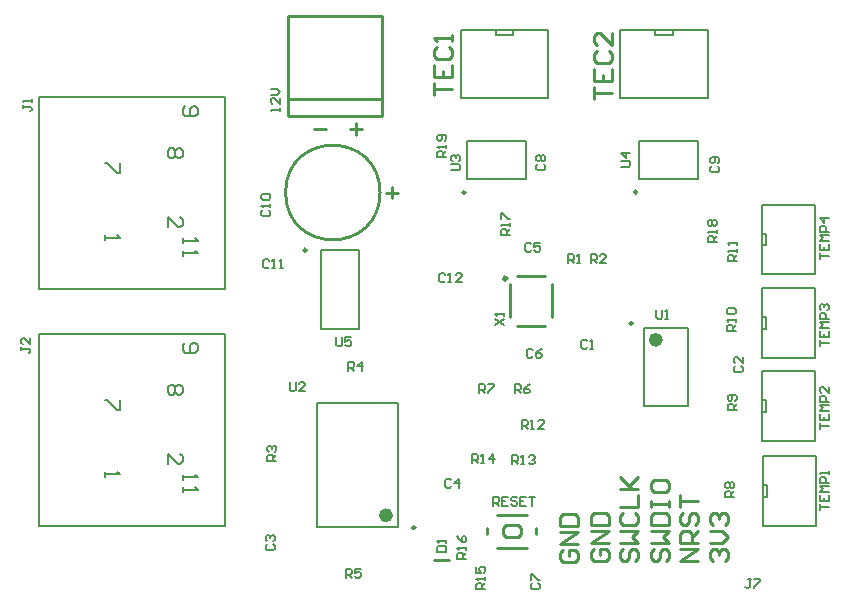
<source format=gto>
G04 Layer_Color=65535*
%FSLAX25Y25*%
%MOIN*%
G70*
G01*
G75*
%ADD24C,0.01000*%
%ADD42C,0.00984*%
%ADD43C,0.02362*%
%ADD44C,0.01181*%
%ADD45C,0.00787*%
%ADD46C,0.00800*%
D24*
X123622Y137008D02*
G03*
X123622Y137008I-15748J0D01*
G01*
X92913Y162402D02*
X124409D01*
Y195866D01*
X93898D02*
X124409D01*
X92913D02*
X93898D01*
X92913Y162402D02*
Y195866D01*
Y168307D02*
X124409D01*
X127559Y135039D02*
Y138976D01*
X125591Y137008D02*
X129528D01*
X169272Y92612D02*
X178720D01*
X169272Y109147D02*
X178720D01*
X181083Y95368D02*
Y106391D01*
X166910Y95368D02*
Y106391D01*
X170717Y24632D02*
Y25131D01*
X169717Y26131D02*
X170717Y25131D01*
X169466Y26131D02*
X169717D01*
X164716Y24632D02*
Y25131D01*
X165717Y26131D01*
X165966D01*
X169217Y22131D02*
X169717D01*
X170717Y23132D01*
Y24632D01*
X165966Y26131D02*
X169466D01*
X164716Y23132D02*
Y24632D01*
Y23132D02*
X165717Y22131D01*
X169217D01*
X162716Y18632D02*
X172716D01*
X162716Y29632D02*
X172716D01*
X175716Y23132D02*
Y25131D01*
X159216Y23132D02*
Y25131D01*
X141595Y14383D02*
X146595D01*
X141640Y169685D02*
Y173684D01*
Y171684D01*
X147638D01*
X141640Y179682D02*
Y175683D01*
X147638D01*
Y179682D01*
X144639Y175683D02*
Y177682D01*
X142639Y185680D02*
X141640Y184680D01*
Y182681D01*
X142639Y181681D01*
X146638D01*
X147638Y182681D01*
Y184680D01*
X146638Y185680D01*
X147638Y187679D02*
Y189679D01*
Y188679D01*
X141640D01*
X142639Y187679D01*
X194789Y168110D02*
Y172109D01*
Y170110D01*
X200787D01*
X194789Y178107D02*
Y174108D01*
X200787D01*
Y178107D01*
X197788Y174108D02*
Y176108D01*
X195789Y184105D02*
X194789Y183105D01*
Y181106D01*
X195789Y180106D01*
X199788D01*
X200787Y181106D01*
Y183105D01*
X199788Y184105D01*
X200787Y190103D02*
Y186104D01*
X196789Y190103D01*
X195789D01*
X194789Y189103D01*
Y187104D01*
X195789Y186104D01*
X234765Y14173D02*
X233766Y15173D01*
Y17172D01*
X234765Y18172D01*
X235765D01*
X236765Y17172D01*
Y16173D01*
Y17172D01*
X237764Y18172D01*
X238764D01*
X239764Y17172D01*
Y15173D01*
X238764Y14173D01*
X233766Y20171D02*
X237764D01*
X239764Y22171D01*
X237764Y24170D01*
X233766D01*
X234765Y26169D02*
X233766Y27169D01*
Y29168D01*
X234765Y30168D01*
X235765D01*
X236765Y29168D01*
Y28169D01*
Y29168D01*
X237764Y30168D01*
X238764D01*
X239764Y29168D01*
Y27169D01*
X238764Y26169D01*
X229528Y14173D02*
X223530D01*
X229528Y18172D01*
X223530D01*
X229528Y20171D02*
X223530D01*
Y23170D01*
X224529Y24170D01*
X226529D01*
X227528Y23170D01*
Y20171D01*
Y22171D02*
X229528Y24170D01*
X224529Y30168D02*
X223530Y29168D01*
Y27169D01*
X224529Y26169D01*
X225529D01*
X226529Y27169D01*
Y29168D01*
X227528Y30168D01*
X228528D01*
X229528Y29168D01*
Y27169D01*
X228528Y26169D01*
X223530Y32167D02*
Y36166D01*
Y34167D01*
X229528D01*
X215080Y18172D02*
X214081Y17172D01*
Y15173D01*
X215080Y14173D01*
X216080D01*
X217080Y15173D01*
Y17172D01*
X218079Y18172D01*
X219079D01*
X220079Y17172D01*
Y15173D01*
X219079Y14173D01*
X214081Y20171D02*
X220079D01*
X218079Y22171D01*
X220079Y24170D01*
X214081D01*
Y26169D02*
X220079D01*
Y29168D01*
X219079Y30168D01*
X215080D01*
X214081Y29168D01*
Y26169D01*
Y32167D02*
Y34167D01*
Y33167D01*
X220079D01*
Y32167D01*
Y34167D01*
X214081Y40165D02*
Y38166D01*
X215080Y37166D01*
X219079D01*
X220079Y38166D01*
Y40165D01*
X219079Y41164D01*
X215080D01*
X214081Y40165D01*
X204450Y18172D02*
X203451Y17172D01*
Y15173D01*
X204450Y14173D01*
X205450D01*
X206450Y15173D01*
Y17172D01*
X207450Y18172D01*
X208449D01*
X209449Y17172D01*
Y15173D01*
X208449Y14173D01*
X203451Y20171D02*
X209449D01*
X207450Y22171D01*
X209449Y24170D01*
X203451D01*
X204450Y30168D02*
X203451Y29168D01*
Y27169D01*
X204450Y26169D01*
X208449D01*
X209449Y27169D01*
Y29168D01*
X208449Y30168D01*
X203451Y32167D02*
X209449D01*
Y36166D01*
X203451Y38166D02*
X209449D01*
X207450D01*
X203451Y42164D01*
X206450Y39165D01*
X209449Y42164D01*
X195002Y18172D02*
X194002Y17172D01*
Y15173D01*
X195002Y14173D01*
X199000D01*
X200000Y15173D01*
Y17172D01*
X199000Y18172D01*
X197001D01*
Y16173D01*
X200000Y20171D02*
X194002D01*
X200000Y24170D01*
X194002D01*
Y26169D02*
X200000D01*
Y29168D01*
X199000Y30168D01*
X195002D01*
X194002Y29168D01*
Y26169D01*
X184765Y17778D02*
X183766Y16779D01*
Y14779D01*
X184765Y13780D01*
X188764D01*
X189764Y14779D01*
Y16779D01*
X188764Y17778D01*
X186765D01*
Y15779D01*
X189764Y19778D02*
X183766D01*
X189764Y23776D01*
X183766D01*
Y25776D02*
X189764D01*
Y28775D01*
X188764Y29774D01*
X184765D01*
X183766Y28775D01*
Y25776D01*
X101575Y158117D02*
X105573D01*
X113571D02*
X117570D01*
X115570Y160117D02*
Y156118D01*
D42*
X99106Y117777D02*
G03*
X99106Y117777I-492J0D01*
G01*
X207776Y93423D02*
G03*
X207776Y93423I-492J0D01*
G01*
X209331Y137222D02*
G03*
X209331Y137222I-492J0D01*
G01*
X152106Y137041D02*
G03*
X152106Y137041I-492J0D01*
G01*
X135335Y25332D02*
G03*
X135335Y25332I-492J0D01*
G01*
D43*
X216732Y87911D02*
G03*
X216732Y87911I-1181J0D01*
G01*
X126772Y29447D02*
G03*
X126772Y29447I-1181J0D01*
G01*
D44*
X165891Y108360D02*
G03*
X165891Y108360I-557J0D01*
G01*
D45*
X9839Y104824D02*
Y168824D01*
Y25958D02*
Y89958D01*
X103929Y91399D02*
X116528D01*
X103929Y117777D02*
X116528D01*
Y91399D02*
Y117777D01*
X103929Y91399D02*
Y117777D01*
X211614Y65864D02*
Y91848D01*
X226181Y65864D02*
Y91848D01*
X211614D02*
X226181D01*
X211614Y65864D02*
X226181D01*
X251181Y35549D02*
X252756D01*
Y39486D01*
X251181D02*
X252756D01*
X251181Y49132D02*
X268898D01*
Y25903D02*
Y49132D01*
X251181Y25903D02*
X268898D01*
X251181D02*
Y49132D01*
X250787Y63895D02*
X252362D01*
Y67832D01*
X250787D02*
X252362D01*
X250787Y77478D02*
X268504D01*
Y54250D02*
Y77478D01*
X250787Y54250D02*
X268504D01*
X250787D02*
Y77478D01*
Y91454D02*
X252362D01*
Y95391D01*
X250787D02*
X252362D01*
X250787Y105037D02*
X268504D01*
Y81809D02*
Y105037D01*
X250787Y81809D02*
X268504D01*
X250787D02*
Y105037D01*
Y119407D02*
X252362D01*
Y123344D01*
X250787D02*
X252362D01*
X250787Y132990D02*
X268504D01*
Y109761D02*
Y132990D01*
X250787Y109761D02*
X268504D01*
X250787D02*
Y132990D01*
X229528Y141651D02*
Y154250D01*
X209842Y141651D02*
Y154250D01*
X229528D01*
X209842Y141651D02*
X229528D01*
X203654Y191258D02*
X232787D01*
X203654Y168620D02*
Y191258D01*
Y168620D02*
X232787D01*
Y191258D01*
X221173Y189486D02*
Y191258D01*
X215268Y189486D02*
X221173D01*
X215268D02*
Y191258D01*
X150504D02*
X179638D01*
X150504Y168620D02*
Y191258D01*
Y168620D02*
X179638D01*
Y191258D01*
X168024Y189486D02*
Y191258D01*
X162118Y189486D02*
X168024D01*
X162118D02*
Y191258D01*
X172303Y141470D02*
Y154069D01*
X152618Y141470D02*
Y154069D01*
X172303D01*
X152618Y141470D02*
X172303D01*
X102756Y66848D02*
X129528D01*
X102756Y25510D02*
X129528D01*
X102756D02*
Y66848D01*
X129528Y25510D02*
Y66848D01*
D46*
X71839Y104824D02*
Y168824D01*
X9839Y104824D02*
X71839D01*
X9839Y168824D02*
X71839D01*
Y25958D02*
Y89958D01*
X9839Y25958D02*
X71839D01*
X9839Y89958D02*
X71839D01*
X161417Y32677D02*
Y35676D01*
X162917D01*
X163417Y35176D01*
Y34177D01*
X162917Y33677D01*
X161417D01*
X162417D02*
X163417Y32677D01*
X166416Y35676D02*
X164416D01*
Y32677D01*
X166416D01*
X164416Y34177D02*
X165416D01*
X169415Y35176D02*
X168915Y35676D01*
X167915D01*
X167415Y35176D01*
Y34677D01*
X167915Y34177D01*
X168915D01*
X169415Y33677D01*
Y33177D01*
X168915Y32677D01*
X167915D01*
X167415Y33177D01*
X172414Y35676D02*
X170414D01*
Y32677D01*
X172414D01*
X170414Y34177D02*
X171414D01*
X173413Y35676D02*
X175413D01*
X174413D01*
Y32677D01*
X93475Y73774D02*
Y71275D01*
X93975Y70775D01*
X94974D01*
X95474Y71275D01*
Y73774D01*
X98473Y70775D02*
X96474D01*
X98473Y72774D01*
Y73274D01*
X97973Y73774D01*
X96974D01*
X96474Y73274D01*
X161962Y92913D02*
X164961Y94913D01*
X161962D02*
X164961Y92913D01*
Y95912D02*
Y96912D01*
Y96412D01*
X161962D01*
X162461Y95912D01*
X109055Y88826D02*
Y86327D01*
X109555Y85827D01*
X110555D01*
X111055Y86327D01*
Y88826D01*
X114053D02*
X112054D01*
Y87326D01*
X113054Y87826D01*
X113554D01*
X114053Y87326D01*
Y86327D01*
X113554Y85827D01*
X112554D01*
X112054Y86327D01*
X204088Y145669D02*
X206587D01*
X207087Y146169D01*
Y147169D01*
X206587Y147669D01*
X204088D01*
X207087Y150168D02*
X204088D01*
X205587Y148668D01*
Y150668D01*
X147395Y144488D02*
X149894D01*
X150394Y144988D01*
Y145988D01*
X149894Y146487D01*
X147395D01*
X147895Y147487D02*
X147395Y147987D01*
Y148987D01*
X147895Y149487D01*
X148394D01*
X148894Y148987D01*
Y148487D01*
Y148987D01*
X149394Y149487D01*
X149894D01*
X150394Y148987D01*
Y147987D01*
X149894Y147487D01*
X215748Y97881D02*
Y95382D01*
X216248Y94882D01*
X217248D01*
X217747Y95382D01*
Y97881D01*
X218747Y94882D02*
X219747D01*
X219247D01*
Y97881D01*
X218747Y97381D01*
X145669Y148819D02*
X142670D01*
Y150318D01*
X143170Y150818D01*
X144170D01*
X144670Y150318D01*
Y148819D01*
Y149819D02*
X145669Y150818D01*
Y151818D02*
Y152818D01*
Y152318D01*
X142670D01*
X143170Y151818D01*
X145169Y154317D02*
X145669Y154817D01*
Y155817D01*
X145169Y156316D01*
X143170D01*
X142670Y155817D01*
Y154817D01*
X143170Y154317D01*
X143670D01*
X144170Y154817D01*
Y156316D01*
X235827Y120472D02*
X232828D01*
Y121972D01*
X233328Y122472D01*
X234327D01*
X234827Y121972D01*
Y120472D01*
Y121472D02*
X235827Y122472D01*
Y123471D02*
Y124471D01*
Y123971D01*
X232828D01*
X233328Y123471D01*
Y125971D02*
X232828Y126470D01*
Y127470D01*
X233328Y127970D01*
X233827D01*
X234327Y127470D01*
X234827Y127970D01*
X235327D01*
X235827Y127470D01*
Y126470D01*
X235327Y125971D01*
X234827D01*
X234327Y126470D01*
X233827Y125971D01*
X233328D01*
X234327Y126470D02*
Y127470D01*
X166929Y122835D02*
X163930D01*
Y124334D01*
X164430Y124834D01*
X165430D01*
X165929Y124334D01*
Y122835D01*
Y123834D02*
X166929Y124834D01*
Y125834D02*
Y126833D01*
Y126333D01*
X163930D01*
X164430Y125834D01*
X163930Y128333D02*
Y130332D01*
X164430D01*
X166429Y128333D01*
X166929D01*
X152362Y14961D02*
X149363D01*
Y16460D01*
X149863Y16960D01*
X150863D01*
X151363Y16460D01*
Y14961D01*
Y15960D02*
X152362Y16960D01*
Y17960D02*
Y18959D01*
Y18460D01*
X149363D01*
X149863Y17960D01*
X149363Y22458D02*
X149863Y21459D01*
X150863Y20459D01*
X151862D01*
X152362Y20959D01*
Y21958D01*
X151862Y22458D01*
X151363D01*
X150863Y21958D01*
Y20459D01*
X158661Y4724D02*
X155662D01*
Y6224D01*
X156162Y6724D01*
X157162D01*
X157662Y6224D01*
Y4724D01*
Y5724D02*
X158661Y6724D01*
Y7723D02*
Y8723D01*
Y8223D01*
X155662D01*
X156162Y7723D01*
X155662Y12222D02*
Y10223D01*
X157162D01*
X156662Y11222D01*
Y11722D01*
X157162Y12222D01*
X158162D01*
X158661Y11722D01*
Y10723D01*
X158162Y10223D01*
X154331Y46850D02*
Y49849D01*
X155830D01*
X156330Y49350D01*
Y48350D01*
X155830Y47850D01*
X154331D01*
X155330D02*
X156330Y46850D01*
X157330D02*
X158329D01*
X157830D01*
Y49849D01*
X157330Y49350D01*
X161328Y46850D02*
Y49849D01*
X159829Y48350D01*
X161828D01*
X167717Y46457D02*
Y49456D01*
X169216D01*
X169716Y48956D01*
Y47956D01*
X169216Y47456D01*
X167717D01*
X168716D02*
X169716Y46457D01*
X170716D02*
X171715D01*
X171215D01*
Y49456D01*
X170716Y48956D01*
X173215D02*
X173715Y49456D01*
X174714D01*
X175214Y48956D01*
Y48456D01*
X174714Y47956D01*
X174214D01*
X174714D01*
X175214Y47456D01*
Y46957D01*
X174714Y46457D01*
X173715D01*
X173215Y46957D01*
X170866Y58268D02*
Y61267D01*
X172366D01*
X172865Y60767D01*
Y59767D01*
X172366Y59267D01*
X170866D01*
X171866D02*
X172865Y58268D01*
X173865D02*
X174865D01*
X174365D01*
Y61267D01*
X173865Y60767D01*
X178364Y58268D02*
X176364D01*
X178364Y60267D01*
Y60767D01*
X177864Y61267D01*
X176864D01*
X176364Y60767D01*
X242520Y114173D02*
X239521D01*
Y115673D01*
X240020Y116173D01*
X241020D01*
X241520Y115673D01*
Y114173D01*
Y115173D02*
X242520Y116173D01*
Y117172D02*
Y118172D01*
Y117672D01*
X239521D01*
X240020Y117172D01*
X242520Y119671D02*
Y120671D01*
Y120171D01*
X239521D01*
X240020Y119671D01*
X242126Y90945D02*
X239127D01*
Y92444D01*
X239627Y92944D01*
X240627D01*
X241126Y92444D01*
Y90945D01*
Y91945D02*
X242126Y92944D01*
Y93944D02*
Y94944D01*
Y94444D01*
X239127D01*
X239627Y93944D01*
Y96443D02*
X239127Y96943D01*
Y97943D01*
X239627Y98442D01*
X241626D01*
X242126Y97943D01*
Y96943D01*
X241626Y96443D01*
X239627D01*
X242520Y64567D02*
X239521D01*
Y66066D01*
X240020Y66566D01*
X241020D01*
X241520Y66066D01*
Y64567D01*
Y65567D02*
X242520Y66566D01*
X242020Y67566D02*
X242520Y68066D01*
Y69065D01*
X242020Y69565D01*
X240020D01*
X239521Y69065D01*
Y68066D01*
X240020Y67566D01*
X240520D01*
X241020Y68066D01*
Y69565D01*
X241732Y35433D02*
X238733D01*
Y36933D01*
X239233Y37432D01*
X240233D01*
X240733Y36933D01*
Y35433D01*
Y36433D02*
X241732Y37432D01*
X239233Y38432D02*
X238733Y38932D01*
Y39932D01*
X239233Y40431D01*
X239733D01*
X240233Y39932D01*
X240733Y40431D01*
X241232D01*
X241732Y39932D01*
Y38932D01*
X241232Y38432D01*
X240733D01*
X240233Y38932D01*
X239733Y38432D01*
X239233D01*
X240233Y38932D02*
Y39932D01*
X156693Y70079D02*
Y73078D01*
X158192D01*
X158692Y72578D01*
Y71578D01*
X158192Y71078D01*
X156693D01*
X157693D02*
X158692Y70079D01*
X159692Y73078D02*
X161691D01*
Y72578D01*
X159692Y70579D01*
Y70079D01*
X168504D02*
Y73078D01*
X170003D01*
X170503Y72578D01*
Y71578D01*
X170003Y71078D01*
X168504D01*
X169504D02*
X170503Y70079D01*
X173502Y73078D02*
X172503Y72578D01*
X171503Y71578D01*
Y70579D01*
X172003Y70079D01*
X173003D01*
X173502Y70579D01*
Y71078D01*
X173003Y71578D01*
X171503D01*
X112205Y8661D02*
Y11660D01*
X113704D01*
X114204Y11161D01*
Y10161D01*
X113704Y9661D01*
X112205D01*
X113204D02*
X114204Y8661D01*
X117203Y11660D02*
X115204D01*
Y10161D01*
X116203Y10661D01*
X116703D01*
X117203Y10161D01*
Y9161D01*
X116703Y8661D01*
X115704D01*
X115204Y9161D01*
X112992Y77559D02*
Y80558D01*
X114492D01*
X114991Y80058D01*
Y79059D01*
X114492Y78559D01*
X112992D01*
X113992D02*
X114991Y77559D01*
X117491D02*
Y80558D01*
X115991Y79059D01*
X117991D01*
X88976Y47638D02*
X85977D01*
Y49137D01*
X86477Y49637D01*
X87477D01*
X87977Y49137D01*
Y47638D01*
Y48638D02*
X88976Y49637D01*
X86477Y50637D02*
X85977Y51137D01*
Y52136D01*
X86477Y52636D01*
X86977D01*
X87477Y52136D01*
Y51636D01*
Y52136D01*
X87977Y52636D01*
X88477D01*
X88976Y52136D01*
Y51137D01*
X88477Y50637D01*
X193775Y113475D02*
Y116474D01*
X195274D01*
X195774Y115974D01*
Y114974D01*
X195274Y114474D01*
X193775D01*
X194774D02*
X195774Y113475D01*
X198773D02*
X196774D01*
X198773Y115474D01*
Y115974D01*
X198273Y116474D01*
X197274D01*
X196774Y115974D01*
X186375Y113475D02*
Y116474D01*
X187874D01*
X188374Y115974D01*
Y114974D01*
X187874Y114474D01*
X186375D01*
X187374D02*
X188374Y113475D01*
X189374D02*
X190374D01*
X189874D01*
Y116474D01*
X189374Y115974D01*
X90158Y164173D02*
Y165173D01*
Y164673D01*
X87159D01*
X87658Y164173D01*
X90158Y168672D02*
Y166672D01*
X88158Y168672D01*
X87658D01*
X87159Y168172D01*
Y167172D01*
X87658Y166672D01*
X87159Y169671D02*
X89158D01*
X90158Y170671D01*
X89158Y171671D01*
X87159D01*
X247275Y8117D02*
X246275D01*
X246775D01*
Y5618D01*
X246275Y5118D01*
X245775D01*
X245276Y5618D01*
X248275Y8117D02*
X250274D01*
Y7617D01*
X248275Y5618D01*
Y5118D01*
X270229Y114961D02*
Y116960D01*
Y115960D01*
X273228D01*
X270229Y119959D02*
Y117960D01*
X273228D01*
Y119959D01*
X271729Y117960D02*
Y118959D01*
X273228Y120959D02*
X270229D01*
X271229Y121958D01*
X270229Y122958D01*
X273228D01*
Y123958D02*
X270229D01*
Y125457D01*
X270729Y125957D01*
X271729D01*
X272229Y125457D01*
Y123958D01*
X273228Y128456D02*
X270229D01*
X271729Y126957D01*
Y128956D01*
X270229Y85827D02*
Y87826D01*
Y86826D01*
X273228D01*
X270229Y90825D02*
Y88826D01*
X273228D01*
Y90825D01*
X271729Y88826D02*
Y89825D01*
X273228Y91825D02*
X270229D01*
X271229Y92825D01*
X270229Y93824D01*
X273228D01*
Y94824D02*
X270229D01*
Y96323D01*
X270729Y96823D01*
X271729D01*
X272229Y96323D01*
Y94824D01*
X270729Y97823D02*
X270229Y98323D01*
Y99322D01*
X270729Y99822D01*
X271229D01*
X271729Y99322D01*
Y98823D01*
Y99322D01*
X272229Y99822D01*
X272728D01*
X273228Y99322D01*
Y98323D01*
X272728Y97823D01*
X270229Y58268D02*
Y60267D01*
Y59267D01*
X273228D01*
X270229Y63266D02*
Y61267D01*
X273228D01*
Y63266D01*
X271729Y61267D02*
Y62266D01*
X273228Y64266D02*
X270229D01*
X271229Y65266D01*
X270229Y66265D01*
X273228D01*
Y67265D02*
X270229D01*
Y68764D01*
X270729Y69264D01*
X271729D01*
X272229Y68764D01*
Y67265D01*
X273228Y72263D02*
Y70264D01*
X271229Y72263D01*
X270729D01*
X270229Y71763D01*
Y70764D01*
X270729Y70264D01*
X270229Y31102D02*
Y33102D01*
Y32102D01*
X273228D01*
X270229Y36101D02*
Y34101D01*
X273228D01*
Y36101D01*
X271729Y34101D02*
Y35101D01*
X273228Y37100D02*
X270229D01*
X271229Y38100D01*
X270229Y39100D01*
X273228D01*
Y40099D02*
X270229D01*
Y41599D01*
X270729Y42099D01*
X271729D01*
X272229Y41599D01*
Y40099D01*
X273228Y43099D02*
Y44098D01*
Y43598D01*
X270229D01*
X270729Y43099D01*
X4088Y85464D02*
Y84464D01*
Y84964D01*
X6587D01*
X7087Y84464D01*
Y83964D01*
X6587Y83465D01*
X7087Y88463D02*
Y86464D01*
X5087Y88463D01*
X4587D01*
X4088Y87963D01*
Y86963D01*
X4587Y86464D01*
X4481Y166173D02*
Y165173D01*
Y165673D01*
X6981D01*
X7480Y165173D01*
Y164673D01*
X6981Y164173D01*
X7480Y167172D02*
Y168172D01*
Y167672D01*
X4481D01*
X4981Y167172D01*
X142670Y17323D02*
X145669D01*
Y18822D01*
X145169Y19322D01*
X143170D01*
X142670Y18822D01*
Y17323D01*
X145669Y20322D02*
Y21321D01*
Y20822D01*
X142670D01*
X143170Y20322D01*
X145306Y109586D02*
X144807Y110086D01*
X143807D01*
X143307Y109586D01*
Y107586D01*
X143807Y107087D01*
X144807D01*
X145306Y107586D01*
X146306Y107087D02*
X147306D01*
X146806D01*
Y110086D01*
X146306Y109586D01*
X150805Y107087D02*
X148805D01*
X150805Y109086D01*
Y109586D01*
X150305Y110086D01*
X149305D01*
X148805Y109586D01*
X86645Y114310D02*
X86145Y114810D01*
X85145D01*
X84646Y114310D01*
Y112311D01*
X85145Y111811D01*
X86145D01*
X86645Y112311D01*
X87645Y111811D02*
X88644D01*
X88144D01*
Y114810D01*
X87645Y114310D01*
X90144Y111811D02*
X91144D01*
X90644D01*
Y114810D01*
X90144Y114310D01*
X84509Y131133D02*
X84009Y130633D01*
Y129634D01*
X84509Y129134D01*
X86508D01*
X87008Y129634D01*
Y130633D01*
X86508Y131133D01*
X87008Y132133D02*
Y133133D01*
Y132633D01*
X84009D01*
X84509Y132133D01*
Y134632D02*
X84009Y135132D01*
Y136132D01*
X84509Y136631D01*
X86508D01*
X87008Y136132D01*
Y135132D01*
X86508Y134632D01*
X84509D01*
X234115Y145700D02*
X233615Y145200D01*
Y144201D01*
X234115Y143701D01*
X236114D01*
X236614Y144201D01*
Y145200D01*
X236114Y145700D01*
Y146700D02*
X236614Y147200D01*
Y148199D01*
X236114Y148699D01*
X234115D01*
X233615Y148199D01*
Y147200D01*
X234115Y146700D01*
X234615D01*
X235115Y147200D01*
Y148699D01*
X176241Y146487D02*
X175741Y145988D01*
Y144988D01*
X176241Y144488D01*
X178240D01*
X178740Y144988D01*
Y145988D01*
X178240Y146487D01*
X176241Y147487D02*
X175741Y147987D01*
Y148987D01*
X176241Y149487D01*
X176741D01*
X177241Y148987D01*
X177741Y149487D01*
X178240D01*
X178740Y148987D01*
Y147987D01*
X178240Y147487D01*
X177741D01*
X177241Y147987D01*
X176741Y147487D01*
X176241D01*
X177241Y147987D02*
Y148987D01*
X174273Y6724D02*
X173773Y6224D01*
Y5224D01*
X174273Y4724D01*
X176272D01*
X176772Y5224D01*
Y6224D01*
X176272Y6724D01*
X173773Y7723D02*
Y9723D01*
X174273D01*
X176272Y7723D01*
X176772D01*
X174440Y84389D02*
X173941Y84889D01*
X172941D01*
X172441Y84389D01*
Y82390D01*
X172941Y81890D01*
X173941D01*
X174440Y82390D01*
X177439Y84889D02*
X176440Y84389D01*
X175440Y83389D01*
Y82390D01*
X175940Y81890D01*
X176939D01*
X177439Y82390D01*
Y82889D01*
X176939Y83389D01*
X175440D01*
X174047Y119822D02*
X173547Y120322D01*
X172547D01*
X172047Y119822D01*
Y117823D01*
X172547Y117323D01*
X173547D01*
X174047Y117823D01*
X177046Y120322D02*
X175046D01*
Y118822D01*
X176046Y119322D01*
X176546D01*
X177046Y118822D01*
Y117823D01*
X176546Y117323D01*
X175546D01*
X175046Y117823D01*
X147374Y41174D02*
X146874Y41674D01*
X145875D01*
X145375Y41174D01*
Y39175D01*
X145875Y38675D01*
X146874D01*
X147374Y39175D01*
X149873Y38675D02*
Y41674D01*
X148374Y40174D01*
X150373D01*
X86084Y19716D02*
X85584Y19216D01*
Y18216D01*
X86084Y17717D01*
X88083D01*
X88583Y18216D01*
Y19216D01*
X88083Y19716D01*
X86084Y20716D02*
X85584Y21215D01*
Y22215D01*
X86084Y22715D01*
X86583D01*
X87083Y22215D01*
Y21715D01*
Y22215D01*
X87583Y22715D01*
X88083D01*
X88583Y22215D01*
Y21215D01*
X88083Y20716D01*
X241989Y79165D02*
X241489Y78665D01*
Y77665D01*
X241989Y77165D01*
X243988D01*
X244488Y77665D01*
Y78665D01*
X243988Y79165D01*
X244488Y82164D02*
Y80164D01*
X242489Y82164D01*
X241989D01*
X241489Y81664D01*
Y80664D01*
X241989Y80164D01*
X192674Y87474D02*
X192174Y87974D01*
X191175D01*
X190675Y87474D01*
Y85475D01*
X191175Y84975D01*
X192174D01*
X192674Y85475D01*
X193674Y84975D02*
X194674D01*
X194174D01*
Y87974D01*
X193674Y87474D01*
X31839Y122824D02*
Y121158D01*
Y121991D01*
X36837D01*
X36004Y122824D01*
X52839Y125492D02*
Y128824D01*
X56171Y125492D01*
X57004D01*
X57837Y126325D01*
Y127991D01*
X57004Y128824D01*
X36837Y146824D02*
Y143492D01*
X36004D01*
X32672Y146824D01*
X31839D01*
X57004Y151824D02*
X57837Y150991D01*
Y149325D01*
X57004Y148492D01*
X56171D01*
X55338Y149325D01*
X54505Y148492D01*
X53672D01*
X52839Y149325D01*
Y150991D01*
X53672Y151824D01*
X54505D01*
X55338Y150991D01*
X56171Y151824D01*
X57004D01*
X55338Y150991D02*
Y149325D01*
X58672Y165824D02*
X57839Y164991D01*
Y163325D01*
X58672Y162492D01*
X62004D01*
X62837Y163325D01*
Y164991D01*
X62004Y165824D01*
X61171D01*
X60338Y164991D01*
Y162492D01*
X57839Y121824D02*
Y120158D01*
Y120991D01*
X62837D01*
X62004Y121824D01*
X57839Y117659D02*
Y115993D01*
Y116826D01*
X62837D01*
X62004Y117659D01*
X31839Y43958D02*
Y42292D01*
Y43125D01*
X36837D01*
X36004Y43958D01*
X52839Y46626D02*
Y49958D01*
X56171Y46626D01*
X57004D01*
X57837Y47459D01*
Y49125D01*
X57004Y49958D01*
X36837Y67958D02*
Y64626D01*
X36004D01*
X32672Y67958D01*
X31839D01*
X57004Y72958D02*
X57837Y72125D01*
Y70459D01*
X57004Y69626D01*
X56171D01*
X55338Y70459D01*
X54505Y69626D01*
X53672D01*
X52839Y70459D01*
Y72125D01*
X53672Y72958D01*
X54505D01*
X55338Y72125D01*
X56171Y72958D01*
X57004D01*
X55338Y72125D02*
Y70459D01*
X58672Y86958D02*
X57839Y86125D01*
Y84459D01*
X58672Y83626D01*
X62004D01*
X62837Y84459D01*
Y86125D01*
X62004Y86958D01*
X61171D01*
X60338Y86125D01*
Y83626D01*
X57839Y42958D02*
Y41292D01*
Y42125D01*
X62837D01*
X62004Y42958D01*
X57839Y38793D02*
Y37127D01*
Y37960D01*
X62837D01*
X62004Y38793D01*
M02*

</source>
